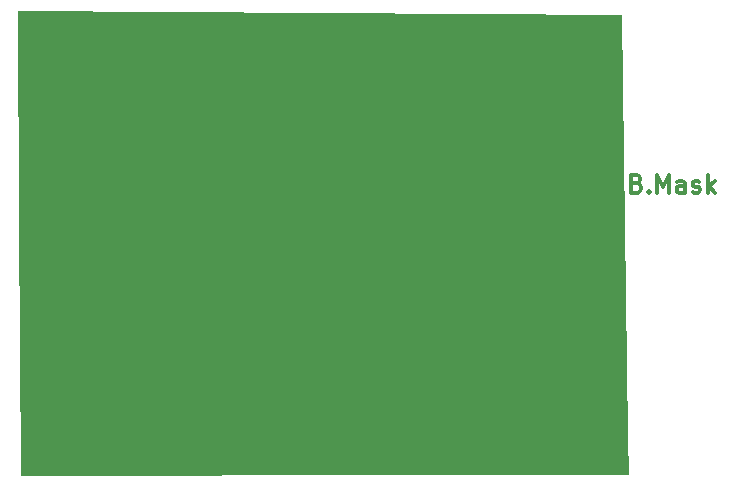
<source format=gbs>
G04 #@! TF.GenerationSoftware,KiCad,Pcbnew,(5.1.4)-1*
G04 #@! TF.CreationDate,2019-11-14T19:44:45-06:00*
G04 #@! TF.ProjectId,Cree_GaN_Driver,43726565-5f47-4614-9e5f-447269766572,rev?*
G04 #@! TF.SameCoordinates,Original*
G04 #@! TF.FileFunction,Soldermask,Bot*
G04 #@! TF.FilePolarity,Negative*
%FSLAX46Y46*%
G04 Gerber Fmt 4.6, Leading zero omitted, Abs format (unit mm)*
G04 Created by KiCad (PCBNEW (5.1.4)-1) date 2019-11-14 19:44:45*
%MOMM*%
%LPD*%
G04 APERTURE LIST*
%ADD10C,0.300000*%
%ADD11C,0.020000*%
G04 APERTURE END LIST*
D10*
X159115500Y-156039357D02*
X159329785Y-156110785D01*
X159401214Y-156182214D01*
X159472642Y-156325071D01*
X159472642Y-156539357D01*
X159401214Y-156682214D01*
X159329785Y-156753642D01*
X159186928Y-156825071D01*
X158615500Y-156825071D01*
X158615500Y-155325071D01*
X159115500Y-155325071D01*
X159258357Y-155396500D01*
X159329785Y-155467928D01*
X159401214Y-155610785D01*
X159401214Y-155753642D01*
X159329785Y-155896500D01*
X159258357Y-155967928D01*
X159115500Y-156039357D01*
X158615500Y-156039357D01*
X160115500Y-156682214D02*
X160186928Y-156753642D01*
X160115500Y-156825071D01*
X160044071Y-156753642D01*
X160115500Y-156682214D01*
X160115500Y-156825071D01*
X160829785Y-156825071D02*
X160829785Y-155325071D01*
X161329785Y-156396500D01*
X161829785Y-155325071D01*
X161829785Y-156825071D01*
X163186928Y-156825071D02*
X163186928Y-156039357D01*
X163115500Y-155896500D01*
X162972642Y-155825071D01*
X162686928Y-155825071D01*
X162544071Y-155896500D01*
X163186928Y-156753642D02*
X163044071Y-156825071D01*
X162686928Y-156825071D01*
X162544071Y-156753642D01*
X162472642Y-156610785D01*
X162472642Y-156467928D01*
X162544071Y-156325071D01*
X162686928Y-156253642D01*
X163044071Y-156253642D01*
X163186928Y-156182214D01*
X163829785Y-156753642D02*
X163972642Y-156825071D01*
X164258357Y-156825071D01*
X164401214Y-156753642D01*
X164472642Y-156610785D01*
X164472642Y-156539357D01*
X164401214Y-156396500D01*
X164258357Y-156325071D01*
X164044071Y-156325071D01*
X163901214Y-156253642D01*
X163829785Y-156110785D01*
X163829785Y-156039357D01*
X163901214Y-155896500D01*
X164044071Y-155825071D01*
X164258357Y-155825071D01*
X164401214Y-155896500D01*
X165115500Y-156825071D02*
X165115500Y-155325071D01*
X165258357Y-156253642D02*
X165686928Y-156825071D01*
X165686928Y-155825071D02*
X165115500Y-156396500D01*
D11*
G36*
X157861000Y-141795500D02*
G01*
X157861080Y-141800980D01*
X157861081Y-141800985D01*
X158384145Y-177427482D01*
X158432500Y-180721000D01*
X140773696Y-180764548D01*
X106940140Y-180847985D01*
X106940139Y-180847985D01*
X106934000Y-180848000D01*
X106933177Y-180720377D01*
X106795107Y-159319599D01*
X106680000Y-141478000D01*
X157861000Y-141795500D01*
X157861000Y-141795500D01*
G37*
M02*

</source>
